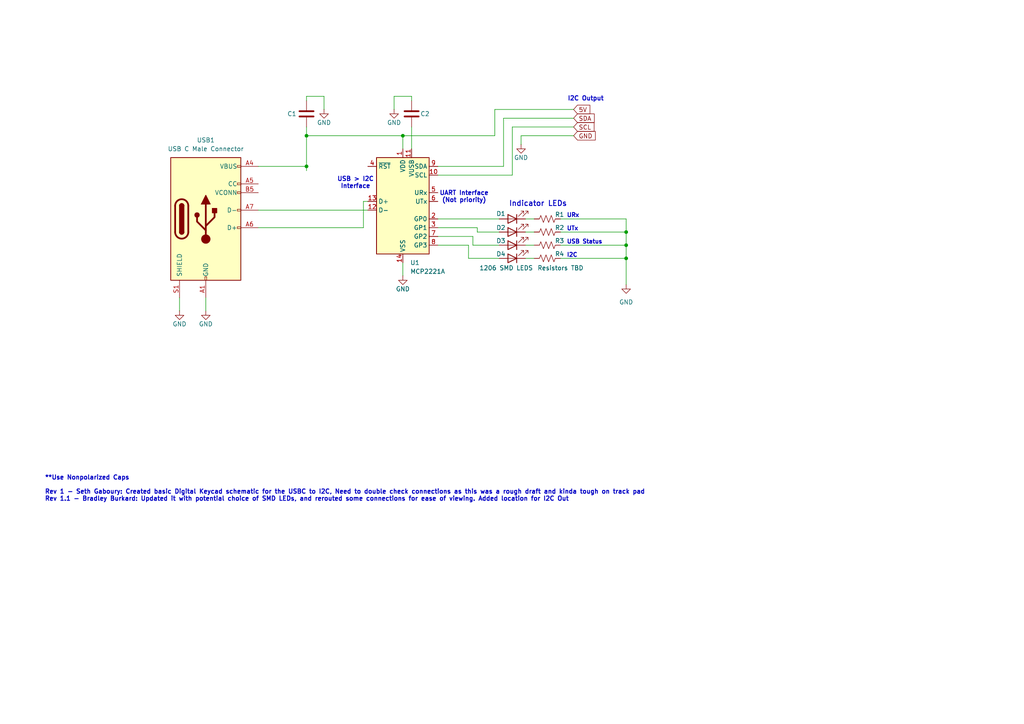
<source format=kicad_sch>
(kicad_sch (version 20250114) (generator "eeschema") (generator_version "9.0")
  (paper "A4")
  (lib_symbols
    (symbol "Connector:USB_C_Plug_USB2.0" (pin_names (offset 1.016))
      (property "Reference" "P" (at -10.16 19.05 0))
      (property "Value" "USB_C_Plug_USB2.0" (at 12.7 19.05 0))
      (symbol "USB_C_Plug_USB2.0_0_0"
        (rectangle (start -0.254 -17.78) (end 0.254 -16.764))
        (rectangle (start 10.16 15.494) (end 9.144 14.986))
        (rectangle (start 10.16 10.414) (end 9.144 9.906))
        (rectangle (start 10.16 7.874) (end 9.144 7.366))
        (rectangle (start 10.16 2.794) (end 9.144 2.286))
        (rectangle (start 10.16 -2.286) (end 9.144 -2.794))
      )
      (symbol "USB_C_Plug_USB2.0_0_1"
        (rectangle (start -10.16 17.78) (end 10.16 -17.78) (stroke (width 0.254)) (fill (type background)))
        (polyline (pts (xy -8.89 -3.81) (xy -8.89 3.81)) (stroke (width 0.508)))
        (rectangle (start -7.62 -3.81) (end -6.35 3.81) (stroke (width 0.254)) (fill (type outline)))
        (arc (start -7.62 3.81) (mid -6.985 4.4423) (end -6.35 3.81) (stroke (width 0.254)))
        (arc (start -7.62 3.81) (mid -6.985 4.4423) (end -6.35 3.81) (stroke (width 0.254)) (fill (type outline)))
        (arc (start -8.89 3.81) (mid -6.985 5.7067) (end -5.08 3.81) (stroke (width 0.508)))
        (arc (start -5.08 -3.81) (mid -6.985 -5.7067) (end -8.89 -3.81) (stroke (width 0.508)))
        (arc (start -6.35 -3.81) (mid -6.985 -4.4423) (end -7.62 -3.81) (stroke (width 0.254)))
        (arc (start -6.35 -3.81) (mid -6.985 -4.4423) (end -7.62 -3.81) (stroke (width 0.254)) (fill (type outline)))
        (polyline (pts (xy -5.08 3.81) (xy -5.08 -3.81)) (stroke (width 0.508)))
        (circle (center -2.54 1.143) (radius 0.635) (stroke (width 0.254)) (fill (type outline)))
        (polyline (pts (xy -1.27 4.318) (xy 0 6.858) (xy 1.27 4.318) (xy -1.27 4.318)) (stroke (width 0.254)) (fill (type outline)))
        (polyline (pts (xy 0 -2.032) (xy 2.54 0.508) (xy 2.54 1.778)) (stroke (width 0.508)))
        (polyline (pts (xy 0 -3.302) (xy -2.54 -0.762) (xy -2.54 0.508)) (stroke (width 0.508)))
        (polyline (pts (xy 0 -5.842) (xy 0 4.318)) (stroke (width 0.508)))
        (circle (center 0 -5.842) (radius 1.27) (fill (type outline)))
        (rectangle (start 1.905 1.778) (end 3.175 3.048) (stroke (width 0.254)) (fill (type outline)))
      )
      (symbol "USB_C_Plug_USB2.0_1_1"
        (pin passive line (at -7.62 -22.86 90) (length 5.08) (name "SHIELD") (number "S1"))
        (pin passive line (at 0 -22.86 90) (length 5.08) (name "GND") (number "A1"))
        (pin passive line (at 0 -22.86 90) (length 5.08) (hide yes) (name "GND") (number "A12"))
        (pin passive line (at 0 -22.86 90) (length 5.08) (hide yes) (name "GND") (number "B1"))
        (pin passive line (at 0 -22.86 90) (length 5.08) (hide yes) (name "GND") (number "B12"))
        (pin passive line (at 15.24 15.24 180) (length 5.08) (name "VBUS") (number "A4"))
        (pin passive line (at 15.24 15.24 180) (length 5.08) (hide yes) (name "VBUS") (number "A9"))
        (pin passive line (at 15.24 15.24 180) (length 5.08) (hide yes) (name "VBUS") (number "B4"))
        (pin passive line (at 15.24 15.24 180) (length 5.08) (hide yes) (name "VBUS") (number "B9"))
        (pin bidirectional line (at 15.24 10.16 180) (length 5.08) (name "CC") (number "A5"))
        (pin bidirectional line (at 15.24 7.62 180) (length 5.08) (name "VCONN") (number "B5"))
        (pin bidirectional line (at 15.24 2.54 180) (length 5.08) (name "D-") (number "A7"))
        (pin bidirectional line (at 15.24 -2.54 180) (length 5.08) (name "D+") (number "A6"))
      )
    )
    (symbol "Device:C" (pin_numbers (hide yes)) (pin_names (offset 0.254))
      (property "Reference" "C" (at 0.635 2.54 0))
      (property "Value" "C" (at 0.635 -2.54 0))
      (symbol "C_0_1"
        (polyline (pts (xy -2.032 0.762) (xy 2.032 0.762)) (stroke (width 0.508)))
        (polyline (pts (xy -2.032 -0.762) (xy 2.032 -0.762)) (stroke (width 0.508)))
      )
      (symbol "C_1_1"
        (pin passive line (at 0 3.81 270) (length 2.794) (name "~") (number "1"))
        (pin passive line (at 0 -3.81 90) (length 2.794) (name "~") (number "2"))
      )
    )
    (symbol "Device:R_US" (pin_numbers (hide yes)) (pin_names (offset 0))
      (property "Reference" "R" (at 2.54 0 90))
      (property "Value" "R_US" (at -2.54 0 90))
      (symbol "R_US_0_1"
        (polyline (pts (xy 0 2.286) (xy 0 2.54)))
        (polyline (pts (xy 0 2.286) (xy 1.016 1.905) (xy 0 1.524) (xy -1.016 1.143) (xy 0 0.762)))
        (polyline (pts (xy 0 0.762) (xy 1.016 0.381) (xy 0 0) (xy -1.016 -0.381) (xy 0 -0.762)))
        (polyline (pts (xy 0 -0.762) (xy 1.016 -1.143) (xy 0 -1.524) (xy -1.016 -1.905) (xy 0 -2.286)))
        (polyline (pts (xy 0 -2.286) (xy 0 -2.54)))
      )
      (symbol "R_US_1_1"
        (pin passive line (at 0 3.81 270) (length 1.27) (name "~") (number "1"))
        (pin passive line (at 0 -3.81 90) (length 1.27) (name "~") (number "2"))
      )
    )
    (symbol "Interface_USB:MCP2221AxP"
      (property "Reference" "U" (at -7.62 16.51 0))
      (property "Value" "MCP2221AxP" (at 12.7 16.51 0))
      (symbol "MCP2221AxP_0_1"
        (rectangle (start -7.62 15.24) (end 7.62 -12.7) (stroke (width 0.254)) (fill (type background)))
      )
      (symbol "MCP2221AxP_1_1"
        (pin input line (at -10.16 12.7 0) (length 2.54) (name "~{RST}") (number "4"))
        (pin bidirectional line (at -10.16 2.54 0) (length 2.54) (name "D+") (number "13"))
        (pin bidirectional line (at -10.16 0 0) (length 2.54) (name "D-") (number "12"))
        (pin power_in line (at 0 17.78 270) (length 2.54) (name "VDD") (number "1"))
        (pin power_in line (at 0 -15.24 90) (length 2.54) (name "VSS") (number "14"))
        (pin passive line (at 2.54 17.78 270) (length 2.54) (name "VUSB") (number "11"))
        (pin bidirectional line (at 10.16 12.7 180) (length 2.54) (name "SDA") (number "9"))
        (pin bidirectional line (at 10.16 10.16 180) (length 2.54) (name "SCL") (number "10"))
        (pin input line (at 10.16 5.08 180) (length 2.54) (name "URx") (number "5"))
        (pin output line (at 10.16 2.54 180) (length 2.54) (name "UTx") (number "6"))
        (pin bidirectional line (at 10.16 -2.54 180) (length 2.54) (name "GP0") (number "2"))
        (pin bidirectional line (at 10.16 -5.08 180) (length 2.54) (name "GP1") (number "3"))
        (pin bidirectional line (at 10.16 -7.62 180) (length 2.54) (name "GP2") (number "7"))
        (pin bidirectional line (at 10.16 -10.16 180) (length 2.54) (name "GP3") (number "8"))
      )
    )
    (symbol "LED:IR26-21C_L110_TR8" (pin_numbers (hide yes)) (pin_names (offset 1.016) (hide yes))
      (property "Reference" "D" (at 0 2.54 0))
      (property "Value" "IR26-21C_L110_TR8" (at 0 -3.81 0))
      (symbol "IR26-21C_L110_TR8_0_1"
        (polyline (pts (xy -3.048 -0.762) (xy -4.572 -2.286) (xy -3.81 -2.286) (xy -4.572 -2.286) (xy -4.572 -1.524)))
        (polyline (pts (xy -1.778 -0.762) (xy -3.302 -2.286) (xy -2.54 -2.286) (xy -3.302 -2.286) (xy -3.302 -1.524)))
        (polyline (pts (xy -1.27 0) (xy 1.27 0)))
        (polyline (pts (xy -1.27 -1.27) (xy -1.27 1.27)) (stroke (width 0.254)))
        (polyline (pts (xy 1.27 -1.27) (xy 1.27 1.27) (xy -1.27 0) (xy 1.27 -1.27)) (stroke (width 0.254)))
      )
      (symbol "IR26-21C_L110_TR8_1_1"
        (pin passive line (at -3.81 0 0) (length 2.54) (name "K") (number "1"))
        (pin passive line (at 3.81 0 180) (length 2.54) (name "A") (number "2"))
      )
    )
    (symbol "power:GND" (power) (pin_numbers (hide yes)) (pin_names (offset 0) (hide yes))
      (property "Value" "GND" (at 0 -3.81 0))
      (symbol "GND_0_1"
        (polyline (pts (xy 0 0) (xy 0 -1.27) (xy 1.27 -1.27) (xy 0 -2.54) (xy -1.27 -1.27) (xy 0 -1.27)))
      )
      (symbol "GND_1_1"
        (pin power_in line (at 0 0 270) (length 0) (name "~") (number "1"))
      )
    )
  )
  (text "**Use Nonpolarized Caps\n\nRev 1 - Seth Gaboury: Created basic Digital Keycad schematic for the USBC to I2C, Need to double check connections as this was a rough draft and kinda tough on track pad\nRev 1.1 - Bradley Burkard: Updated it with potential choice of SMD LEDs, and rerouted some connections for ease of viewing. Added location for I2C Out\n " (at 12.954 142.748 0) (effects (font (size 1.27 1.27) (thickness 0.254) (bold yes)) (justify left)))
  (text "UART Interface\n(Not priority)\n" (at 134.62 57.15 0) (effects (font (size 1.27 1.27) (thickness 0.254) (bold yes))))
  (text "Indicator LEDs\n" (at 147.574 59.182 0) (effects (font (size 1.524 1.524) (thickness 0.254) (bold yes)) (justify left)))
  (text "I2C Output\n" (at 164.592 28.702 0) (effects (font (size 1.27 1.27) (thickness 0.254) (bold yes)) (justify left)))
  (text "URx\n\nUTx\n\nUSB Status\n\nI2C" (at 164.338 68.326 0) (effects (font (size 1.1938 1.1938) (thickness 0.254) (bold yes)) (justify left)))
  (text "USB > I2C\nInterface\n\n" (at 103.124 54.102 0) (effects (font (size 1.27 1.27) (thickness 0.254) (bold yes))))
  (junction (at 181.61 67.31))
  (junction (at 116.84 39.37))
  (junction (at 181.61 71.12))
  (junction (at 181.61 74.93))
  (junction (at 88.9 39.37))
  (junction (at 88.9 48.26))
  (wire (pts (xy 138.43 66.04) (xy 138.43 67.31)))
  (wire (pts (xy 88.9 36.83) (xy 88.9 39.37)))
  (wire (pts (xy 116.84 39.37) (xy 116.84 43.18)))
  (wire (pts (xy 146.05 48.26) (xy 146.05 34.29)))
  (wire (pts (xy 148.59 50.8) (xy 148.59 36.83)))
  (wire (pts (xy 166.37 39.37) (xy 151.13 39.37)))
  (wire (pts (xy 114.3 27.94) (xy 114.3 31.75)))
  (wire (pts (xy 137.16 71.12) (xy 144.78 71.12)))
  (wire (pts (xy 162.56 63.5) (xy 181.61 63.5)))
  (wire (pts (xy 88.9 39.37) (xy 116.84 39.37)))
  (wire (pts (xy 93.98 27.94) (xy 88.9 27.94)))
  (wire (pts (xy 137.16 68.58) (xy 137.16 71.12)))
  (wire (pts (xy 138.43 67.31) (xy 144.78 67.31)))
  (wire (pts (xy 127 68.58) (xy 137.16 68.58)))
  (wire (pts (xy 152.4 74.93) (xy 154.94 74.93)))
  (wire (pts (xy 181.61 63.5) (xy 181.61 67.31)))
  (wire (pts (xy 59.69 86.36) (xy 59.69 90.17)))
  (wire (pts (xy 148.59 36.83) (xy 166.37 36.83)))
  (wire (pts (xy 135.89 71.12) (xy 135.89 74.93)))
  (wire (pts (xy 143.51 39.37) (xy 143.51 31.75)))
  (wire (pts (xy 88.9 48.26) (xy 88.9 39.37)))
  (wire (pts (xy 74.93 60.96) (xy 106.68 60.96)))
  (wire (pts (xy 88.9 48.26) (xy 88.9 49.53)))
  (wire (pts (xy 146.05 34.29) (xy 166.37 34.29)))
  (wire (pts (xy 88.9 29.21) (xy 88.9 27.94)))
  (wire (pts (xy 119.38 27.94) (xy 114.3 27.94)))
  (wire (pts (xy 152.4 67.31) (xy 154.94 67.31)))
  (wire (pts (xy 127 66.04) (xy 138.43 66.04)))
  (wire (pts (xy 162.56 74.93) (xy 181.61 74.93)))
  (wire (pts (xy 93.98 27.94) (xy 93.98 31.75)))
  (wire (pts (xy 151.13 39.37) (xy 151.13 41.91)))
  (wire (pts (xy 181.61 74.93) (xy 181.61 82.55)))
  (wire (pts (xy 74.93 66.04) (xy 105.41 66.04)))
  (wire (pts (xy 127 63.5) (xy 144.78 63.5)))
  (wire (pts (xy 135.89 74.93) (xy 144.78 74.93)))
  (wire (pts (xy 74.93 48.26) (xy 88.9 48.26)))
  (wire (pts (xy 116.84 39.37) (xy 143.51 39.37)))
  (wire (pts (xy 116.84 76.2) (xy 116.84 80.01)))
  (wire (pts (xy 162.56 67.31) (xy 181.61 67.31)))
  (wire (pts (xy 181.61 71.12) (xy 181.61 74.93)))
  (wire (pts (xy 52.07 86.36) (xy 52.07 90.17)))
  (wire (pts (xy 119.38 29.21) (xy 119.38 27.94)))
  (wire (pts (xy 127 50.8) (xy 148.59 50.8)))
  (wire (pts (xy 143.51 31.75) (xy 166.37 31.75)))
  (wire (pts (xy 152.4 63.5) (xy 154.94 63.5)))
  (wire (pts (xy 127 71.12) (xy 135.89 71.12)))
  (wire (pts (xy 181.61 67.31) (xy 181.61 71.12)))
  (wire (pts (xy 119.38 36.83) (xy 119.38 43.18)))
  (wire (pts (xy 105.41 66.04) (xy 105.41 58.42)))
  (wire (pts (xy 105.41 58.42) (xy 106.68 58.42)))
  (wire (pts (xy 162.56 71.12) (xy 181.61 71.12)))
  (wire (pts (xy 127 48.26) (xy 146.05 48.26)))
  (wire (pts (xy 152.4 71.12) (xy 154.94 71.12)))
  (global_label "5V" (shape input) (at 166.37 31.75 0) (property "Intersheetrefs" "${INTERSHEET_REFS}" (effects (hide yes))))
  (global_label "SDA" (shape input) (at 166.37 34.29 0) (property "Intersheetrefs" "${INTERSHEET_REFS}" (effects (hide yes))))
  (global_label "GND" (shape input) (at 166.37 39.37 0) (property "Intersheetrefs" "${INTERSHEET_REFS}" (effects (hide yes))))
  (global_label "SCL" (shape input) (at 166.37 36.83 0) (property "Intersheetrefs" "${INTERSHEET_REFS}" (effects (hide yes))))
  (symbol (lib_id "Connector:USB_C_Plug_USB2.0") (at 59.69 63.5 0) (unit 1)
    (property "Reference" "USB1" (at 59.69 40.64 0))
    (property "Value" "USB C Male Connector" (at 59.69 43.18 0))
    (property "Footprint" "USB_C_Plug_Molex_105444" (effects (hide yes)))
    (property "Datasheet" "https://www.usb.org/sites/default/files/documents/usb_type-c.zip" (effects (hide yes)))
    (property "Description" "USB 2.0-only Type-C Plug connector" (effects (hide yes)))
  )
  (symbol (lib_id "LED:IR26-21C_L110_TR8") (at 148.59 67.31 180) (unit 1)
    (property "Reference" "D2" (at 145.288 66.04 0))
    (property "Value" "IR26-21C_L110_TR8" (effects (hide yes)))
    (property "Footprint" "LED_SMD:LED_1206_3216Metric" (effects (hide yes)))
    (property "Datasheet" "http://www.everlight.com/file/ProductFile/IR26-21C-L110-TR8.pdf" (effects (hide yes)))
    (property "Description" "940nm, 20 deg, Infrared LED, 1206" (effects (hide yes)))
  )
  (symbol (lib_id "power:GND") (at 181.61 82.55 0) (unit 1)
    (property "Reference" "#PWR02" (effects (hide yes)))
    (property "Value" "GND" (at 181.61 87.63 0))
    (property "Description" "Power symbol creates a global label with name \"GND\" , ground" (effects (hide yes)))
  )
  (symbol (lib_id "LED:IR26-21C_L110_TR8") (at 148.59 71.12 180) (unit 1)
    (property "Reference" "D3" (at 145.288 69.85 0))
    (property "Value" "IR26-21C_L110_TR8" (effects (hide yes)))
    (property "Footprint" "LED_SMD:LED_1206_3216Metric" (effects (hide yes)))
    (property "Datasheet" "http://www.everlight.com/file/ProductFile/IR26-21C-L110-TR8.pdf" (effects (hide yes)))
    (property "Description" "940nm, 20 deg, Infrared LED, 1206" (effects (hide yes)))
  )
  (symbol (lib_id "Device:C") (at 88.9 33.02 0) (unit 1)
    (property "Reference" "C1" (at 83.312 33.02 0) (effects (justify left)))
    (property "Value" "C" (effects (hide yes)))
    (property "Footprint" "C_0603_1608Metric" (effects (hide yes)))
    (property "Description" "Unpolarized capacitor" (effects (hide yes)))
  )
  (symbol (lib_id "Device:R_US") (at 158.75 71.12 90) (unit 1)
    (property "Reference" "R3" (at 162.306 69.85 90))
    (property "Value" "R_US" (effects (hide yes)))
    (property "Description" "Resistor, US symbol" (effects (hide yes)))
  )
  (symbol (lib_id "Device:R_US") (at 158.75 74.93 90) (unit 1)
    (property "Reference" "R4" (at 162.306 73.66 90))
    (property "Value" "R_US" (effects (hide yes)))
    (property "Description" "Resistor, US symbol" (effects (hide yes)))
  )
  (symbol (lib_id "Device:C") (at 119.38 33.02 0) (unit 1)
    (property "Reference" "C2" (at 121.92 33.02 0) (effects (justify left)))
    (property "Value" "C" (effects (hide yes)))
    (property "Footprint" "C_0603_1608Metric" (effects (hide yes)))
    (property "Description" "Unpolarized capacitor" (effects (hide yes)))
  )
  (symbol (lib_id "power:GND") (at 93.98 31.75 0) (unit 1)
    (property "Reference" "#PWR05" (effects (hide yes)))
    (property "Value" "GND" (at 93.98 35.56 0))
    (property "Description" "Power symbol creates a global label with name \"GND\" , ground" (effects (hide yes)))
  )
  (symbol (lib_id "power:GND") (at 116.84 80.01 0) (unit 1)
    (property "Reference" "#PWR03" (effects (hide yes)))
    (property "Value" "GND" (at 116.84 83.82 0))
    (property "Description" "Power symbol creates a global label with name \"GND\" , ground" (effects (hide yes)))
  )
  (symbol (lib_id "power:GND") (at 151.13 41.91 0) (unit 1)
    (property "Reference" "#PWR07" (effects (hide yes)))
    (property "Value" "GND" (at 151.13 45.72 0))
    (property "Description" "Power symbol creates a global label with name \"GND\" , ground" (effects (hide yes)))
  )
  (symbol (lib_id "power:GND") (at 114.3 31.75 0) (unit 1)
    (property "Reference" "#PWR04" (effects (hide yes)))
    (property "Value" "GND" (at 114.3 35.56 0))
    (property "Description" "Power symbol creates a global label with name \"GND\" , ground" (effects (hide yes)))
  )
  (symbol (lib_id "power:GND") (at 59.69 90.17 0) (unit 1)
    (property "Reference" "#PWR01" (effects (hide yes)))
    (property "Value" "GND" (at 59.69 93.98 0))
    (property "Description" "Power symbol creates a global label with name \"GND\" , ground" (effects (hide yes)))
  )
  (symbol (lib_id "power:GND") (at 52.07 90.17 0) (unit 1)
    (property "Reference" "#PWR06" (effects (hide yes)))
    (property "Value" "GND" (at 52.07 93.98 0))
    (property "Description" "Power symbol creates a global label with name \"GND\" , ground" (effects (hide yes)))
  )
  (symbol (lib_id "Device:R_US") (at 158.75 63.5 90) (unit 1)
    (property "Reference" "R1" (at 162.306 62.23 90))
    (property "Value" "Resistors TBD" (at 162.56 77.724 90))
    (property "Description" "Resistor, US symbol" (effects (hide yes)))
  )
  (symbol (lib_id "Interface_USB:MCP2221AxP") (at 116.84 60.96 0) (unit 1)
    (property "Reference" "U1" (at 118.9833 76.2 0) (effects (justify left)))
    (property "Value" "MCP2221A" (at 118.9833 78.74 0) (effects (justify left)))
    (property "Footprint" "Package_DIP:DIP-14_W7.62mm" (effects (hide yes)))
    (property "Datasheet" "http://ww1.microchip.com/downloads/en/DeviceDoc/20005565B.pdf" (effects (hide yes)))
    (property "Description" "USB to I2C/UART Protocol Converter with GPIO, DIP-14" (effects (hide yes)))
  )
  (symbol (lib_id "LED:IR26-21C_L110_TR8") (at 148.59 74.93 180) (unit 1)
    (property "Reference" "D4" (at 145.288 73.66 0))
    (property "Value" "IR26-21C_L110_TR8" (effects (hide yes)))
    (property "Footprint" "LED_SMD:LED_1206_3216Metric" (effects (hide yes)))
    (property "Datasheet" "http://www.everlight.com/file/ProductFile/IR26-21C-L110-TR8.pdf" (effects (hide yes)))
    (property "Description" "940nm, 20 deg, Infrared LED, 1206" (effects (hide yes)))
  )
  (symbol (lib_id "Device:R_US") (at 158.75 67.31 90) (unit 1)
    (property "Reference" "R2" (at 162.306 66.04 90))
    (property "Value" "R_US" (effects (hide yes)))
    (property "Description" "Resistor, US symbol" (effects (hide yes)))
  )
  (symbol (lib_id "LED:IR26-21C_L110_TR8") (at 148.59 63.5 180) (unit 1)
    (property "Reference" "D1" (at 145.288 61.976 0))
    (property "Value" "1206 SMD LEDS" (at 146.812 77.724 0))
    (property "Footprint" "LED_SMD:LED_1206_3216Metric" (effects (hide yes)))
    (property "Datasheet" "http://www.everlight.com/file/ProductFile/IR26-21C-L110-TR8.pdf" (effects (hide yes)))
    (property "Description" "940nm, 20 deg, Infrared LED, 1206" (effects (hide yes)))
  )
)
</source>
